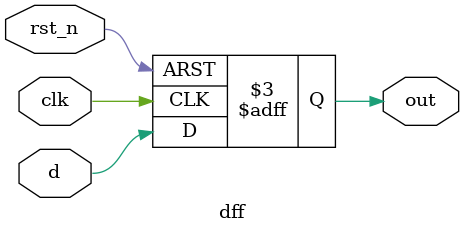
<source format=v>


module dff(
    input clk,
    input rst_n,
    input d,
    output reg out
);

    // async reset:
    always @ (posedge clk or negedge rst_n) begin
        if (rst_n == 1'b0)
            out <= 0;
        else
            out <= d;
	end

endmodule

</source>
